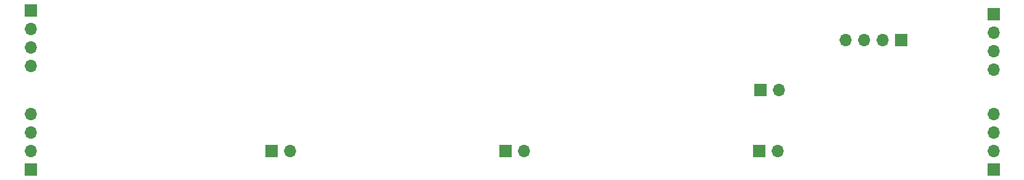
<source format=gbl>
G04 #@! TF.GenerationSoftware,KiCad,Pcbnew,(6.0.7)*
G04 #@! TF.CreationDate,2023-02-20T16:15:52-05:00*
G04 #@! TF.ProjectId,IR FANS LED board,49522046-414e-4532-904c-454420626f61,rev?*
G04 #@! TF.SameCoordinates,Original*
G04 #@! TF.FileFunction,Copper,L2,Bot*
G04 #@! TF.FilePolarity,Positive*
%FSLAX46Y46*%
G04 Gerber Fmt 4.6, Leading zero omitted, Abs format (unit mm)*
G04 Created by KiCad (PCBNEW (6.0.7)) date 2023-02-20 16:15:52*
%MOMM*%
%LPD*%
G01*
G04 APERTURE LIST*
G04 #@! TA.AperFunction,ComponentPad*
%ADD10R,1.700000X1.700000*%
G04 #@! TD*
G04 #@! TA.AperFunction,ComponentPad*
%ADD11O,1.700000X1.700000*%
G04 #@! TD*
G04 APERTURE END LIST*
D10*
G04 #@! TO.P,J4,1,Pin_1*
G04 #@! TO.N,/HV5*
X187960000Y-25400000D03*
D11*
G04 #@! TO.P,J4,2,Pin_2*
G04 #@! TO.N,/X*
X185420000Y-25400000D03*
G04 #@! TO.P,J4,3,Pin_3*
G04 #@! TO.N,/12V*
X182880000Y-25400000D03*
G04 #@! TO.P,J4,4,Pin_4*
G04 #@! TO.N,/GND*
X180340000Y-25400000D03*
G04 #@! TD*
D10*
G04 #@! TO.P,J3,1,Pin_1*
G04 #@! TO.N,/IR LED-*
X133700600Y-40640000D03*
D11*
G04 #@! TO.P,J3,2,Pin_2*
G04 #@! TO.N,/IR LED+*
X136240600Y-40640000D03*
G04 #@! TD*
D10*
G04 #@! TO.P,J8,1,Pin_1*
G04 #@! TO.N,/HV5*
X200660000Y-43180000D03*
D11*
G04 #@! TO.P,J8,2,Pin_2*
G04 #@! TO.N,/X*
X200660000Y-40640000D03*
G04 #@! TO.P,J8,3,Pin_3*
G04 #@! TO.N,/12V*
X200660000Y-38100000D03*
G04 #@! TO.P,J8,4,Pin_4*
G04 #@! TO.N,/GND*
X200660000Y-35560000D03*
G04 #@! TD*
D10*
G04 #@! TO.P,J5,1,Pin_1*
G04 #@! TO.N,/IR LED-*
X168498600Y-40640000D03*
D11*
G04 #@! TO.P,J5,2,Pin_2*
G04 #@! TO.N,/IR LED+*
X171038600Y-40640000D03*
G04 #@! TD*
D10*
G04 #@! TO.P,J9,1,Pin_1*
G04 #@! TO.N,/HV5*
X68580000Y-43180000D03*
D11*
G04 #@! TO.P,J9,2,Pin_2*
G04 #@! TO.N,/X*
X68580000Y-40640000D03*
G04 #@! TO.P,J9,3,Pin_3*
G04 #@! TO.N,/12V*
X68580000Y-38100000D03*
G04 #@! TO.P,J9,4,Pin_4*
G04 #@! TO.N,/GND*
X68580000Y-35560000D03*
G04 #@! TD*
D10*
G04 #@! TO.P,J7,1,Pin_1*
G04 #@! TO.N,/IR LED-*
X101600000Y-40640000D03*
D11*
G04 #@! TO.P,J7,2,Pin_2*
G04 #@! TO.N,/IR LED+*
X104140000Y-40640000D03*
G04 #@! TD*
D10*
G04 #@! TO.P,J2,1,Pin_1*
G04 #@! TO.N,/HV5*
X68580000Y-21336000D03*
D11*
G04 #@! TO.P,J2,2,Pin_2*
G04 #@! TO.N,/X*
X68580000Y-23876000D03*
G04 #@! TO.P,J2,3,Pin_3*
G04 #@! TO.N,/12V*
X68580000Y-26416000D03*
G04 #@! TO.P,J2,4,Pin_4*
G04 #@! TO.N,/GND*
X68580000Y-28956000D03*
G04 #@! TD*
D10*
G04 #@! TO.P,J1,1,Pin_1*
G04 #@! TO.N,/HV5*
X200660000Y-21803200D03*
D11*
G04 #@! TO.P,J1,2,Pin_2*
G04 #@! TO.N,/X*
X200660000Y-24343200D03*
G04 #@! TO.P,J1,3,Pin_3*
G04 #@! TO.N,/12V*
X200660000Y-26883200D03*
G04 #@! TO.P,J1,4,Pin_4*
G04 #@! TO.N,/GND*
X200660000Y-29423200D03*
G04 #@! TD*
D10*
G04 #@! TO.P,J6,1,Pin_1*
G04 #@! TO.N,/IR LED-*
X168656000Y-32258000D03*
D11*
G04 #@! TO.P,J6,2,Pin_2*
G04 #@! TO.N,/IR LED+*
X171196000Y-32258000D03*
G04 #@! TD*
M02*

</source>
